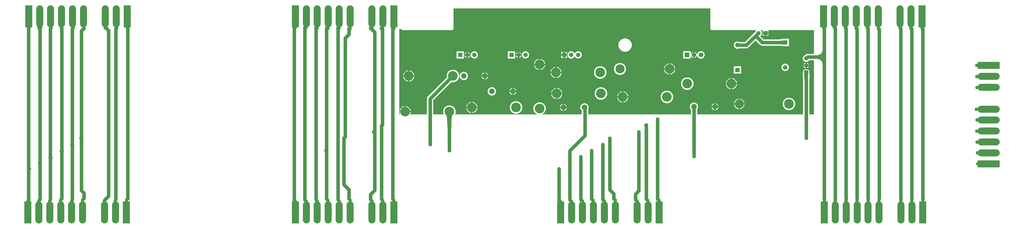
<source format=gbl>
G04 Layer_Physical_Order=2*
G04 Layer_Color=16711680*
%FSLAX25Y25*%
%MOIN*%
G70*
G01*
G75*
%ADD10O,0.10000X0.31500*%
%ADD11R,0.10000X0.31500*%
%ADD12O,0.31500X0.10000*%
%ADD13R,0.31500X0.10000*%
%ADD14C,0.05000*%
%ADD15C,0.06693*%
%ADD16R,0.06693X0.06693*%
%ADD17C,0.06299*%
%ADD18R,0.06299X0.06299*%
%ADD19C,0.05906*%
%ADD20R,0.05906X0.05906*%
%ADD21R,0.05906X0.05906*%
%ADD22R,0.06496X0.06496*%
%ADD23C,0.06496*%
%ADD24C,0.06000*%
%ADD25C,0.12992*%
%ADD26C,0.13780*%
%ADD27C,0.07874*%
%ADD28C,0.05000*%
G36*
X1383100Y407000D02*
X1378100Y397000D01*
X1378000Y398425D01*
X1377700Y399700D01*
X1377200Y400825D01*
X1376500Y401800D01*
X1375600Y402625D01*
X1374500Y403300D01*
X1373200Y403825D01*
X1371700Y404200D01*
X1370000Y404425D01*
X1368100Y404500D01*
Y409500D01*
X1370000Y409575D01*
X1371700Y409800D01*
X1373200Y410175D01*
X1374500Y410700D01*
X1375600Y411375D01*
X1376500Y412200D01*
X1377200Y413175D01*
X1377700Y414300D01*
X1378000Y415575D01*
X1378100Y417000D01*
X1383100Y407000D01*
D02*
G37*
G36*
X1321764Y424480D02*
X1321689Y424620D01*
X1321464Y424746D01*
X1321089Y424856D01*
X1320564Y424952D01*
X1319889Y425033D01*
X1318089Y425150D01*
X1314264Y425216D01*
Y430217D01*
X1315689Y430224D01*
X1321089Y430577D01*
X1321464Y430688D01*
X1321689Y430813D01*
X1321764Y430953D01*
Y424480D01*
D02*
G37*
G36*
X1357857Y381984D02*
X1357782Y381759D01*
X1357716Y381384D01*
X1357659Y380859D01*
X1357540Y378384D01*
X1357500Y374559D01*
X1352500D01*
X1352496Y375984D01*
X1352143Y381984D01*
X1352059Y382059D01*
X1357941D01*
X1357857Y381984D01*
D02*
G37*
G36*
X1218364Y448091D02*
X1218558Y447115D01*
X1219111Y446288D01*
X1219938Y445736D01*
X1220913Y445542D01*
X1283636D01*
X1283797Y445068D01*
X1283468Y444816D01*
X1282674Y443781D01*
X1282387Y443090D01*
X1267836Y428539D01*
X1259706D01*
X1259647Y428584D01*
X1258370Y429113D01*
X1257000Y429293D01*
X1255630Y429113D01*
X1254353Y428584D01*
X1253257Y427743D01*
X1252416Y426647D01*
X1251887Y425370D01*
X1251707Y424000D01*
X1251887Y422630D01*
X1252416Y421353D01*
X1253257Y420257D01*
X1254353Y419416D01*
X1255630Y418887D01*
X1257000Y418707D01*
X1258370Y418887D01*
X1259647Y419416D01*
X1259706Y419461D01*
X1269716D01*
X1270891Y419616D01*
X1271986Y420069D01*
X1272926Y420791D01*
X1282858Y430723D01*
X1289074Y424507D01*
X1290014Y423786D01*
X1291109Y423332D01*
X1292284Y423178D01*
X1314229D01*
X1314229Y423178D01*
X1318005Y423112D01*
X1319701Y423001D01*
X1319752Y422995D01*
Y422469D01*
X1321627D01*
X1321764Y422441D01*
X1321865Y422461D01*
X1321967Y422451D01*
X1322023Y422469D01*
X1330248D01*
Y432965D01*
X1322023D01*
X1321967Y432982D01*
X1321865Y432972D01*
X1321764Y432992D01*
X1321627Y432965D01*
X1319752D01*
Y432533D01*
X1315617Y432263D01*
X1314253Y432256D01*
X1314252Y432255D01*
X1294164D01*
X1289834Y436585D01*
X1289877Y437249D01*
X1290532Y437751D01*
X1291326Y438786D01*
X1291825Y439991D01*
X1291996Y441284D01*
X1291825Y442576D01*
X1291326Y443781D01*
X1290532Y444816D01*
X1290203Y445068D01*
X1290364Y445542D01*
X1292674D01*
X1293047Y445236D01*
X1293047Y445042D01*
Y442283D01*
X1297000D01*
X1300953D01*
Y445042D01*
X1300953Y445236D01*
X1301326Y445542D01*
X1366106D01*
Y411539D01*
X1357000D01*
X1357000Y411539D01*
X1355825Y411384D01*
X1354731Y410931D01*
X1353791Y410209D01*
X1353194Y409613D01*
X1352502Y409326D01*
X1351468Y408532D01*
X1350674Y407498D01*
X1350175Y406293D01*
X1350004Y405000D01*
X1350175Y403707D01*
X1350674Y402502D01*
X1351468Y401468D01*
X1352502Y400674D01*
X1353707Y400175D01*
X1355000Y400004D01*
X1356293Y400175D01*
X1357498Y400674D01*
X1358532Y401468D01*
X1359295Y402461D01*
X1366106D01*
Y325106D01*
X1366000Y325000D01*
X1359539D01*
Y374537D01*
X1359539Y374538D01*
X1359578Y378325D01*
X1359692Y380700D01*
X1359736Y381096D01*
X1359741Y381126D01*
X1359779Y381176D01*
X1359793Y381232D01*
X1359825Y381279D01*
X1359892Y381615D01*
X1359977Y381947D01*
X1359969Y382003D01*
X1359980Y382059D01*
X1359913Y382395D01*
X1359865Y382735D01*
X1359836Y382784D01*
X1359825Y382840D01*
X1359634Y383125D01*
X1359539Y383286D01*
Y385000D01*
X1359384Y386175D01*
X1358953Y387216D01*
Y388953D01*
X1357216D01*
X1356175Y389384D01*
X1355000Y389539D01*
X1353825Y389384D01*
X1352784Y388953D01*
X1351047D01*
Y387216D01*
X1350616Y386175D01*
X1350461Y385000D01*
Y383286D01*
X1350366Y383125D01*
X1350175Y382840D01*
X1350164Y382784D01*
X1350135Y382735D01*
X1350087Y382395D01*
X1350020Y382059D01*
X1350031Y382003D01*
X1350023Y381947D01*
X1350108Y381615D01*
X1350128Y381518D01*
X1350457Y375921D01*
X1350461Y374553D01*
X1350461Y374551D01*
Y325000D01*
X1199696D01*
Y332364D01*
X1199960Y332686D01*
X1200512Y333717D01*
X1200851Y334836D01*
X1200966Y336000D01*
X1200851Y337164D01*
X1200512Y338283D01*
X1199960Y339314D01*
X1199218Y340218D01*
X1198314Y340960D01*
X1197283Y341512D01*
X1196164Y341851D01*
X1195000Y341966D01*
X1193836Y341851D01*
X1192717Y341512D01*
X1191686Y340960D01*
X1190782Y340218D01*
X1190040Y339314D01*
X1189488Y338283D01*
X1189149Y337164D01*
X1189034Y336000D01*
X1189149Y334836D01*
X1189488Y333717D01*
X1190040Y332686D01*
X1190619Y331980D01*
Y325000D01*
X1044224D01*
Y332179D01*
X1044512Y332717D01*
X1044851Y333836D01*
X1044966Y335000D01*
X1044851Y336164D01*
X1044512Y337283D01*
X1043960Y338314D01*
X1043218Y339218D01*
X1042314Y339960D01*
X1041283Y340512D01*
X1040164Y340851D01*
X1039000Y340966D01*
X1037836Y340851D01*
X1036717Y340512D01*
X1035686Y339960D01*
X1034782Y339218D01*
X1034040Y338314D01*
X1033488Y337283D01*
X1033149Y336164D01*
X1033034Y335000D01*
X1033149Y333836D01*
X1033488Y332717D01*
X1034040Y331686D01*
X1034782Y330782D01*
X1035146Y330482D01*
Y325000D01*
X979009D01*
X978884Y325500D01*
X979963Y326077D01*
X981316Y327187D01*
X982427Y328541D01*
X983253Y330085D01*
X983761Y331761D01*
X983933Y333504D01*
X983761Y335247D01*
X983253Y336922D01*
X982427Y338467D01*
X981316Y339820D01*
X979963Y340931D01*
X978418Y341757D01*
X976743Y342265D01*
X975000Y342437D01*
X973257Y342265D01*
X971582Y341757D01*
X970037Y340931D01*
X968684Y339820D01*
X967573Y338467D01*
X966747Y336922D01*
X966239Y335247D01*
X966067Y333504D01*
X966239Y331761D01*
X966747Y330085D01*
X967573Y328541D01*
X968684Y327187D01*
X970037Y326077D01*
X971116Y325500D01*
X970991Y325000D01*
X854924D01*
X854667Y325429D01*
X854749Y325582D01*
X855257Y327257D01*
X855429Y329000D01*
X855257Y330743D01*
X854749Y332418D01*
X853923Y333963D01*
X852812Y335316D01*
X851459Y336427D01*
X849914Y337253D01*
X848239Y337761D01*
X846496Y337933D01*
X844753Y337761D01*
X843078Y337253D01*
X841533Y336427D01*
X840180Y335316D01*
X839069Y333963D01*
X838243Y332418D01*
X837735Y330743D01*
X837563Y329000D01*
X837735Y327257D01*
X838243Y325582D01*
X838325Y325429D01*
X838068Y325000D01*
X823539D01*
Y345624D01*
X849293Y371378D01*
X849753Y371239D01*
X851496Y371067D01*
X853239Y371239D01*
X854914Y371747D01*
X856459Y372573D01*
X857812Y373684D01*
X858923Y375037D01*
X859749Y376582D01*
X860257Y378257D01*
X860429Y380000D01*
X860257Y381743D01*
X859749Y383418D01*
X858923Y384963D01*
X857812Y386316D01*
X856459Y387427D01*
X854914Y388253D01*
X853239Y388761D01*
X851496Y388933D01*
X849753Y388761D01*
X848078Y388253D01*
X846533Y387427D01*
X845180Y386316D01*
X844069Y384963D01*
X843243Y383418D01*
X842735Y381743D01*
X842563Y380000D01*
X842735Y378257D01*
X842875Y377797D01*
X815791Y350713D01*
X815069Y349773D01*
X814616Y348679D01*
X814461Y347504D01*
Y325000D01*
X790798D01*
X790541Y325429D01*
X790828Y325966D01*
X791280Y327453D01*
X791333Y328000D01*
X783504D01*
X775674D01*
X775728Y327453D01*
X776180Y325966D01*
X776467Y325429D01*
X776210Y325000D01*
X775000D01*
Y447000D01*
X777635D01*
X778111Y446288D01*
X778938Y445736D01*
X779913Y445542D01*
X849913D01*
X850398Y445638D01*
X850882Y445733D01*
X850885Y445735D01*
X850889Y445736D01*
X851299Y446010D01*
X851711Y446283D01*
X851713Y446286D01*
X851716Y446288D01*
X851990Y446699D01*
X852266Y447109D01*
X852266Y447112D01*
X852268Y447115D01*
X852365Y447600D01*
X852462Y448084D01*
X852539Y476451D01*
X1218364D01*
Y448091D01*
D02*
G37*
G36*
X267024Y451830D02*
X266462Y449938D01*
X266233Y448919D01*
X265881Y446736D01*
X265758Y445571D01*
X265600Y441786D01*
X260600D01*
X260575Y443001D01*
X260379Y445299D01*
X260207Y446384D01*
X259715Y448422D01*
X259396Y449376D01*
X259027Y450287D01*
X258609Y451155D01*
X258142Y451978D01*
X267358Y452704D01*
X267024Y451830D01*
D02*
G37*
G36*
X850515Y324943D02*
X850196Y323898D01*
X849915Y322401D01*
X849671Y320452D01*
X849296Y315199D01*
X848996Y299272D01*
X843996D01*
X843977Y303931D01*
X842796Y323898D01*
X842477Y324943D01*
X842121Y325537D01*
X850871D01*
X850515Y324943D01*
D02*
G37*
%LPC*%
G36*
X936000Y357000D02*
X932152D01*
X932190Y356711D01*
X932687Y355510D01*
X933479Y354479D01*
X934510Y353688D01*
X935711Y353190D01*
X936000Y353152D01*
Y357000D01*
D02*
G37*
G36*
X907000Y363966D02*
X905836Y363851D01*
X904717Y363512D01*
X903686Y362960D01*
X902782Y362218D01*
X902040Y361314D01*
X901488Y360283D01*
X901149Y359164D01*
X901034Y358000D01*
X901149Y356836D01*
X901488Y355717D01*
X902040Y354686D01*
X902782Y353782D01*
X903686Y353040D01*
X904717Y352488D01*
X905836Y352149D01*
X907000Y352034D01*
X908164Y352149D01*
X909283Y352488D01*
X910314Y353040D01*
X911218Y353782D01*
X911960Y354686D01*
X912512Y355717D01*
X912851Y356836D01*
X912966Y358000D01*
X912851Y359164D01*
X912512Y360283D01*
X911960Y361314D01*
X911218Y362218D01*
X910314Y362960D01*
X909283Y363512D01*
X908164Y363851D01*
X907000Y363966D01*
D02*
G37*
G36*
X941848Y357000D02*
X938000D01*
Y353152D01*
X938289Y353190D01*
X939490Y353688D01*
X940521Y354479D01*
X941313Y355510D01*
X941810Y356711D01*
X941848Y357000D01*
D02*
G37*
G36*
X1000504Y362829D02*
Y356000D01*
X1007333D01*
X1007280Y356547D01*
X1006828Y358034D01*
X1006096Y359404D01*
X1005110Y360606D01*
X1003909Y361592D01*
X1002538Y362325D01*
X1001051Y362776D01*
X1000504Y362829D01*
D02*
G37*
G36*
X998504D02*
X997957Y362776D01*
X996470Y362325D01*
X995099Y361592D01*
X993898Y360606D01*
X992912Y359404D01*
X992179Y358034D01*
X991728Y356547D01*
X991675Y356000D01*
X998504D01*
Y362829D01*
D02*
G37*
G36*
Y354000D02*
X991675D01*
X991728Y353453D01*
X992179Y351966D01*
X992912Y350595D01*
X993898Y349394D01*
X995099Y348408D01*
X996470Y347675D01*
X997957Y347224D01*
X998504Y347171D01*
Y354000D01*
D02*
G37*
G36*
X1062496Y363933D02*
X1060753Y363761D01*
X1059078Y363253D01*
X1057533Y362427D01*
X1056180Y361316D01*
X1055069Y359963D01*
X1054243Y358418D01*
X1053735Y356743D01*
X1053563Y355000D01*
X1053735Y353257D01*
X1054243Y351582D01*
X1055069Y350037D01*
X1056180Y348684D01*
X1057533Y347573D01*
X1059078Y346747D01*
X1060753Y346239D01*
X1062496Y346067D01*
X1064239Y346239D01*
X1065915Y346747D01*
X1067459Y347573D01*
X1068812Y348684D01*
X1069923Y350037D01*
X1070749Y351582D01*
X1071257Y353257D01*
X1071429Y355000D01*
X1071257Y356743D01*
X1070749Y358418D01*
X1069923Y359963D01*
X1068812Y361316D01*
X1067459Y362427D01*
X1065915Y363253D01*
X1064239Y363761D01*
X1062496Y363933D01*
D02*
G37*
G36*
X1007333Y354000D02*
X1000504D01*
Y347171D01*
X1001051Y347224D01*
X1002538Y347675D01*
X1003909Y348408D01*
X1005110Y349394D01*
X1006096Y350595D01*
X1006828Y351966D01*
X1007280Y353453D01*
X1007333Y354000D01*
D02*
G37*
G36*
X1094504Y357829D02*
Y351000D01*
X1101333D01*
X1101280Y351547D01*
X1100828Y353034D01*
X1100096Y354404D01*
X1099110Y355606D01*
X1097908Y356592D01*
X1096538Y357325D01*
X1095051Y357776D01*
X1094504Y357829D01*
D02*
G37*
G36*
X1092504Y357829D02*
X1091957Y357776D01*
X1090470Y357325D01*
X1089099Y356592D01*
X1087898Y355606D01*
X1086912Y354404D01*
X1086180Y353034D01*
X1085728Y351547D01*
X1085674Y351000D01*
X1092504D01*
Y357829D01*
D02*
G37*
G36*
X787504Y379000D02*
X780675D01*
X780728Y378453D01*
X781180Y376966D01*
X781912Y375595D01*
X782898Y374394D01*
X784099Y373408D01*
X785470Y372675D01*
X786957Y372224D01*
X787504Y372170D01*
Y379000D01*
D02*
G37*
G36*
X1249496Y376829D02*
Y370000D01*
X1256326D01*
X1256272Y370547D01*
X1255820Y372034D01*
X1255088Y373405D01*
X1254102Y374606D01*
X1252901Y375592D01*
X1251530Y376325D01*
X1250043Y376776D01*
X1249496Y376829D01*
D02*
G37*
G36*
X796333Y379000D02*
X789504D01*
Y372171D01*
X790051Y372224D01*
X791538Y372675D01*
X792908Y373408D01*
X794110Y374394D01*
X795096Y375595D01*
X795828Y376966D01*
X796280Y378453D01*
X796333Y379000D01*
D02*
G37*
G36*
X896000D02*
X892152D01*
X892190Y378711D01*
X892688Y377510D01*
X893479Y376479D01*
X894510Y375688D01*
X895711Y375190D01*
X896000Y375152D01*
Y379000D01*
D02*
G37*
G36*
X867000Y385966D02*
X865836Y385851D01*
X864717Y385512D01*
X863686Y384960D01*
X862782Y384218D01*
X862040Y383314D01*
X861488Y382283D01*
X861149Y381164D01*
X861034Y380000D01*
X861149Y378836D01*
X861488Y377717D01*
X862040Y376686D01*
X862782Y375782D01*
X863686Y375040D01*
X864717Y374488D01*
X865836Y374149D01*
X867000Y374034D01*
X868164Y374149D01*
X869283Y374488D01*
X870314Y375040D01*
X871218Y375782D01*
X871960Y376686D01*
X872512Y377717D01*
X872851Y378836D01*
X872966Y380000D01*
X872851Y381164D01*
X872512Y382283D01*
X871960Y383314D01*
X871218Y384218D01*
X870314Y384960D01*
X869283Y385512D01*
X868164Y385851D01*
X867000Y385966D01*
D02*
G37*
G36*
X1247496Y376829D02*
X1246949Y376776D01*
X1245462Y376325D01*
X1244092Y375592D01*
X1242890Y374606D01*
X1241904Y373405D01*
X1241172Y372034D01*
X1240720Y370547D01*
X1240667Y370000D01*
X1247496D01*
Y376829D01*
D02*
G37*
G36*
X938000Y362848D02*
Y359000D01*
X941848D01*
X941810Y359289D01*
X941313Y360490D01*
X940521Y361521D01*
X939490Y362313D01*
X938289Y362810D01*
X938000Y362848D01*
D02*
G37*
G36*
X936000D02*
X935711Y362810D01*
X934510Y362313D01*
X933479Y361521D01*
X932687Y360490D01*
X932190Y359289D01*
X932152Y359000D01*
X936000D01*
Y362848D01*
D02*
G37*
G36*
X1185504Y377933D02*
X1183761Y377761D01*
X1182086Y377253D01*
X1180541Y376427D01*
X1179187Y375316D01*
X1178077Y373963D01*
X1177251Y372418D01*
X1176743Y370743D01*
X1176571Y369000D01*
X1176743Y367257D01*
X1177251Y365582D01*
X1178077Y364037D01*
X1179187Y362684D01*
X1180541Y361573D01*
X1182086Y360747D01*
X1183761Y360239D01*
X1185504Y360067D01*
X1187247Y360239D01*
X1188922Y360747D01*
X1190467Y361573D01*
X1191820Y362684D01*
X1192931Y364037D01*
X1193757Y365582D01*
X1194265Y367257D01*
X1194437Y369000D01*
X1194265Y370743D01*
X1193757Y372418D01*
X1192931Y373963D01*
X1191820Y375316D01*
X1190467Y376427D01*
X1188922Y377253D01*
X1187247Y377761D01*
X1185504Y377933D01*
D02*
G37*
G36*
X1256326Y368000D02*
X1249496D01*
Y361171D01*
X1250043Y361224D01*
X1251530Y361676D01*
X1252901Y362408D01*
X1254102Y363394D01*
X1255088Y364596D01*
X1255820Y365966D01*
X1256272Y367453D01*
X1256326Y368000D01*
D02*
G37*
G36*
X1247496D02*
X1240667D01*
X1240720Y367453D01*
X1241172Y365966D01*
X1241904Y364596D01*
X1242890Y363394D01*
X1244092Y362408D01*
X1245462Y361676D01*
X1246949Y361224D01*
X1247496Y361171D01*
Y368000D01*
D02*
G37*
G36*
X1330433Y348933D02*
X1328690Y348761D01*
X1327015Y348253D01*
X1325470Y347427D01*
X1324117Y346316D01*
X1323006Y344963D01*
X1322180Y343418D01*
X1321672Y341743D01*
X1321500Y340000D01*
X1321672Y338257D01*
X1322180Y336582D01*
X1323006Y335037D01*
X1324117Y333684D01*
X1325470Y332573D01*
X1327015Y331747D01*
X1328690Y331239D01*
X1330433Y331067D01*
X1332176Y331239D01*
X1333852Y331747D01*
X1335396Y332573D01*
X1336749Y333684D01*
X1337860Y335037D01*
X1338686Y336582D01*
X1339194Y338257D01*
X1339366Y340000D01*
X1339194Y341743D01*
X1338686Y343418D01*
X1337860Y344963D01*
X1336749Y346316D01*
X1335396Y347427D01*
X1333852Y348253D01*
X1332176Y348761D01*
X1330433Y348933D01*
D02*
G37*
G36*
X1013848Y334000D02*
X1010000D01*
Y330152D01*
X1010289Y330190D01*
X1011490Y330687D01*
X1012521Y331479D01*
X1013313Y332510D01*
X1013810Y333711D01*
X1013848Y334000D01*
D02*
G37*
G36*
X1224000Y335000D02*
X1220152D01*
X1220190Y334711D01*
X1220687Y333510D01*
X1221479Y332479D01*
X1222510Y331687D01*
X1223711Y331190D01*
X1224000Y331152D01*
Y335000D01*
D02*
G37*
G36*
X1267001Y339000D02*
X1260567D01*
Y332566D01*
X1261036Y332612D01*
X1262449Y333041D01*
X1263752Y333737D01*
X1264893Y334674D01*
X1265830Y335815D01*
X1266526Y337118D01*
X1266955Y338530D01*
X1267001Y339000D01*
D02*
G37*
G36*
X1229848Y335000D02*
X1226000D01*
Y331152D01*
X1226289Y331190D01*
X1227490Y331687D01*
X1228521Y332479D01*
X1229313Y333510D01*
X1229810Y334711D01*
X1229848Y335000D01*
D02*
G37*
G36*
X1008000Y334000D02*
X1004152D01*
X1004190Y333711D01*
X1004688Y332510D01*
X1005479Y331479D01*
X1006510Y330687D01*
X1007711Y330190D01*
X1008000Y330152D01*
Y334000D01*
D02*
G37*
G36*
X877504D02*
X870675D01*
X870728Y333453D01*
X871179Y331966D01*
X871912Y330595D01*
X872898Y329394D01*
X874099Y328408D01*
X875470Y327676D01*
X876957Y327224D01*
X877504Y327170D01*
Y334000D01*
D02*
G37*
G36*
X941496Y343933D02*
X939753Y343761D01*
X938078Y343253D01*
X936533Y342427D01*
X935180Y341316D01*
X934069Y339963D01*
X933243Y338418D01*
X932735Y336743D01*
X932563Y335000D01*
X932735Y333257D01*
X933243Y331582D01*
X934069Y330037D01*
X935180Y328684D01*
X936533Y327573D01*
X938078Y326747D01*
X939753Y326239D01*
X941496Y326067D01*
X943239Y326239D01*
X944915Y326747D01*
X946459Y327573D01*
X947812Y328684D01*
X948923Y330037D01*
X949749Y331582D01*
X950257Y333257D01*
X950429Y335000D01*
X950257Y336743D01*
X949749Y338418D01*
X948923Y339963D01*
X947812Y341316D01*
X946459Y342427D01*
X944915Y343253D01*
X943239Y343761D01*
X941496Y343933D01*
D02*
G37*
G36*
X886333Y334000D02*
X879504D01*
Y327171D01*
X880051Y327224D01*
X881538Y327676D01*
X882909Y328408D01*
X884110Y329394D01*
X885096Y330595D01*
X885828Y331966D01*
X886280Y333453D01*
X886333Y334000D01*
D02*
G37*
G36*
X784504Y336829D02*
Y330000D01*
X791333D01*
X791280Y330547D01*
X790828Y332034D01*
X790096Y333404D01*
X789110Y334606D01*
X787909Y335592D01*
X786538Y336325D01*
X785051Y336776D01*
X784504Y336829D01*
D02*
G37*
G36*
X782504Y336829D02*
X781957Y336776D01*
X780470Y336325D01*
X779099Y335592D01*
X777898Y334606D01*
X776912Y333404D01*
X776180Y332034D01*
X775728Y330547D01*
X775674Y330000D01*
X782504D01*
Y336829D01*
D02*
G37*
G36*
X1258567Y339000D02*
X1252133D01*
X1252179Y338530D01*
X1252608Y337118D01*
X1253304Y335815D01*
X1254241Y334674D01*
X1255382Y333737D01*
X1256684Y333041D01*
X1258097Y332612D01*
X1258567Y332566D01*
Y339000D01*
D02*
G37*
G36*
X1260567Y347434D02*
Y341000D01*
X1267001D01*
X1266955Y341470D01*
X1266526Y342882D01*
X1265830Y344185D01*
X1264893Y345326D01*
X1263752Y346263D01*
X1262449Y346959D01*
X1261036Y347388D01*
X1260567Y347434D01*
D02*
G37*
G36*
X1258567Y347434D02*
X1258097Y347388D01*
X1256684Y346959D01*
X1255382Y346263D01*
X1254241Y345326D01*
X1253304Y344185D01*
X1252608Y342882D01*
X1252179Y341470D01*
X1252133Y341000D01*
X1258567D01*
Y347434D01*
D02*
G37*
G36*
X1156496Y358933D02*
X1154753Y358761D01*
X1153078Y358253D01*
X1151533Y357427D01*
X1150180Y356316D01*
X1149069Y354963D01*
X1148243Y353418D01*
X1147735Y351743D01*
X1147563Y350000D01*
X1147735Y348257D01*
X1148243Y346582D01*
X1149069Y345037D01*
X1150180Y343684D01*
X1151533Y342573D01*
X1153078Y341747D01*
X1154753Y341239D01*
X1156496Y341067D01*
X1158239Y341239D01*
X1159914Y341747D01*
X1161459Y342573D01*
X1162813Y343684D01*
X1163923Y345037D01*
X1164749Y346582D01*
X1165257Y348257D01*
X1165429Y350000D01*
X1165257Y351743D01*
X1164749Y353418D01*
X1163923Y354963D01*
X1162813Y356316D01*
X1161459Y357427D01*
X1159914Y358253D01*
X1158239Y358761D01*
X1156496Y358933D01*
D02*
G37*
G36*
X1101333Y349000D02*
X1094504D01*
Y342171D01*
X1095051Y342224D01*
X1096538Y342675D01*
X1097908Y343408D01*
X1099110Y344394D01*
X1100096Y345596D01*
X1100828Y346966D01*
X1101280Y348453D01*
X1101333Y349000D01*
D02*
G37*
G36*
X1092504D02*
X1085674D01*
X1085728Y348453D01*
X1086180Y346966D01*
X1086912Y345596D01*
X1087898Y344394D01*
X1089099Y343408D01*
X1090470Y342675D01*
X1091957Y342224D01*
X1092504Y342171D01*
Y349000D01*
D02*
G37*
G36*
X1226000Y340848D02*
Y337000D01*
X1229848D01*
X1229810Y337289D01*
X1229313Y338490D01*
X1228521Y339521D01*
X1227490Y340313D01*
X1226289Y340810D01*
X1226000Y340848D01*
D02*
G37*
G36*
X1008000Y339848D02*
X1007711Y339810D01*
X1006510Y339313D01*
X1005479Y338521D01*
X1004688Y337490D01*
X1004190Y336289D01*
X1004152Y336000D01*
X1008000D01*
Y339848D01*
D02*
G37*
G36*
X877504Y342829D02*
X876957Y342776D01*
X875470Y342324D01*
X874099Y341592D01*
X872898Y340606D01*
X871912Y339405D01*
X871179Y338034D01*
X870728Y336547D01*
X870675Y336000D01*
X877504D01*
Y342829D01*
D02*
G37*
G36*
X1010000Y339848D02*
Y336000D01*
X1013848D01*
X1013810Y336289D01*
X1013313Y337490D01*
X1012521Y338521D01*
X1011490Y339313D01*
X1010289Y339810D01*
X1010000Y339848D01*
D02*
G37*
G36*
X1224000Y340848D02*
X1223711Y340810D01*
X1222510Y340313D01*
X1221479Y339521D01*
X1220687Y338490D01*
X1220190Y337289D01*
X1220152Y337000D01*
X1224000D01*
Y340848D01*
D02*
G37*
G36*
X879504Y342829D02*
Y336000D01*
X886333D01*
X886280Y336547D01*
X885828Y338034D01*
X885096Y339405D01*
X884110Y340606D01*
X882909Y341592D01*
X881538Y342324D01*
X880051Y342776D01*
X879504Y342829D01*
D02*
G37*
G36*
X901848Y379000D02*
X898000D01*
Y375152D01*
X898289Y375190D01*
X899490Y375688D01*
X900521Y376479D01*
X901313Y377510D01*
X901810Y378711D01*
X901848Y379000D01*
D02*
G37*
G36*
X1014150Y409000D02*
X1011000D01*
Y405850D01*
X1014150D01*
Y409000D01*
D02*
G37*
G36*
X1009000D02*
X1005850D01*
Y405850D01*
X1009000D01*
Y409000D01*
D02*
G37*
G36*
X871000D02*
X867946D01*
X867957Y408917D01*
X868375Y407907D01*
X869040Y407041D01*
X869907Y406375D01*
X870917Y405957D01*
X871000Y405946D01*
Y409000D01*
D02*
G37*
G36*
X944000D02*
X940946D01*
X940957Y408917D01*
X941375Y407907D01*
X942041Y407041D01*
X942907Y406375D01*
X943917Y405957D01*
X944000Y405946D01*
Y409000D01*
D02*
G37*
G36*
X876054D02*
X873000D01*
Y405946D01*
X873083Y405957D01*
X874093Y406375D01*
X874959Y407041D01*
X875625Y407907D01*
X876043Y408917D01*
X876054Y409000D01*
D02*
G37*
G36*
X1190347Y415346D02*
X1179653D01*
Y404654D01*
X1190347D01*
Y408570D01*
X1190847Y408670D01*
X1191203Y407808D01*
X1191900Y406900D01*
X1192808Y406203D01*
X1193865Y405765D01*
X1194000Y405748D01*
Y410000D01*
Y414252D01*
X1193865Y414235D01*
X1192808Y413797D01*
X1191900Y413100D01*
X1191203Y412192D01*
X1190847Y411330D01*
X1190347Y411430D01*
Y415346D01*
D02*
G37*
G36*
X882000Y415194D02*
X880656Y415017D01*
X879403Y414498D01*
X878327Y413673D01*
X877502Y412597D01*
X876983Y411344D01*
X876806Y410000D01*
X876983Y408656D01*
X877502Y407403D01*
X878327Y406327D01*
X879403Y405502D01*
X880656Y404983D01*
X882000Y404806D01*
X883344Y404983D01*
X884597Y405502D01*
X885673Y406327D01*
X886498Y407403D01*
X887017Y408656D01*
X887194Y410000D01*
X887017Y411344D01*
X886498Y412597D01*
X885673Y413673D01*
X884597Y414498D01*
X883344Y415017D01*
X882000Y415194D01*
D02*
G37*
G36*
X976000Y404325D02*
Y397496D01*
X982829D01*
X982776Y398043D01*
X982325Y399530D01*
X981592Y400901D01*
X980606Y402102D01*
X979405Y403088D01*
X978034Y403821D01*
X976547Y404272D01*
X976000Y404325D01*
D02*
G37*
G36*
X955000Y415194D02*
X953656Y415017D01*
X952403Y414498D01*
X951327Y413673D01*
X950502Y412597D01*
X949983Y411344D01*
X949806Y410000D01*
X949983Y408656D01*
X950502Y407403D01*
X951327Y406327D01*
X952403Y405502D01*
X953656Y404983D01*
X955000Y404806D01*
X956344Y404983D01*
X957597Y405502D01*
X958673Y406327D01*
X959498Y407403D01*
X960017Y408656D01*
X960194Y410000D01*
X960017Y411344D01*
X959498Y412597D01*
X958673Y413673D01*
X957597Y414498D01*
X956344Y415017D01*
X955000Y415194D01*
D02*
G37*
G36*
X940150Y415150D02*
X929850D01*
Y404850D01*
X940150D01*
Y415150D01*
D02*
G37*
G36*
X867150D02*
X856850D01*
Y404850D01*
X867150D01*
Y415150D01*
D02*
G37*
G36*
X949054Y409000D02*
X946000D01*
Y405946D01*
X946083Y405957D01*
X947093Y406375D01*
X947960Y407041D01*
X948625Y407907D01*
X949043Y408917D01*
X949054Y409000D01*
D02*
G37*
G36*
X1030000Y415194D02*
X1028656Y415017D01*
X1027403Y414498D01*
X1026327Y413673D01*
X1025502Y412597D01*
X1025250Y411989D01*
X1024750D01*
X1024498Y412597D01*
X1023673Y413673D01*
X1022597Y414498D01*
X1021344Y415017D01*
X1020000Y415194D01*
X1018656Y415017D01*
X1017403Y414498D01*
X1016327Y413673D01*
X1015502Y412597D01*
X1014983Y411344D01*
X1014806Y410000D01*
X1014983Y408656D01*
X1015502Y407403D01*
X1016327Y406327D01*
X1017403Y405502D01*
X1018656Y404983D01*
X1020000Y404806D01*
X1021344Y404983D01*
X1022597Y405502D01*
X1023673Y406327D01*
X1024498Y407403D01*
X1024750Y408011D01*
X1025250D01*
X1025502Y407403D01*
X1026327Y406327D01*
X1027403Y405502D01*
X1028656Y404983D01*
X1030000Y404806D01*
X1031344Y404983D01*
X1032597Y405502D01*
X1033673Y406327D01*
X1034498Y407403D01*
X1035017Y408656D01*
X1035194Y410000D01*
X1035017Y411344D01*
X1034498Y412597D01*
X1033673Y413673D01*
X1032597Y414498D01*
X1031344Y415017D01*
X1030000Y415194D01*
D02*
G37*
G36*
X1205000Y415393D02*
X1203604Y415209D01*
X1202304Y414670D01*
X1201187Y413813D01*
X1200330Y412696D01*
X1199791Y411396D01*
X1199748Y411067D01*
X1199244D01*
X1199235Y411135D01*
X1198797Y412192D01*
X1198100Y413100D01*
X1197192Y413797D01*
X1196135Y414235D01*
X1196000Y414252D01*
Y410000D01*
Y405748D01*
X1196135Y405765D01*
X1197192Y406203D01*
X1198100Y406900D01*
X1198797Y407808D01*
X1199235Y408865D01*
X1199244Y408933D01*
X1199748D01*
X1199791Y408604D01*
X1200330Y407304D01*
X1201187Y406187D01*
X1202304Y405330D01*
X1203604Y404791D01*
X1205000Y404607D01*
X1206396Y404791D01*
X1207696Y405330D01*
X1208813Y406187D01*
X1209670Y407304D01*
X1210209Y408604D01*
X1210393Y410000D01*
X1210209Y411396D01*
X1209670Y412696D01*
X1208813Y413813D01*
X1207696Y414670D01*
X1206396Y415209D01*
X1205000Y415393D01*
D02*
G37*
G36*
X1096854Y433644D02*
X1094992Y433461D01*
X1093201Y432918D01*
X1091551Y432036D01*
X1090104Y430848D01*
X1088917Y429402D01*
X1088035Y427751D01*
X1087492Y425961D01*
X1087308Y424098D01*
X1087492Y422236D01*
X1088035Y420445D01*
X1088917Y418795D01*
X1090104Y417348D01*
X1091551Y416161D01*
X1093201Y415279D01*
X1094992Y414736D01*
X1096854Y414552D01*
X1098717Y414736D01*
X1100507Y415279D01*
X1102158Y416161D01*
X1103604Y417348D01*
X1104792Y418795D01*
X1105674Y420445D01*
X1106217Y422236D01*
X1106400Y424098D01*
X1106217Y425961D01*
X1105674Y427751D01*
X1104792Y429402D01*
X1103604Y430848D01*
X1102158Y432036D01*
X1100507Y432918D01*
X1098717Y433461D01*
X1096854Y433644D01*
D02*
G37*
G36*
X1300953Y440283D02*
X1298000D01*
Y437331D01*
X1300953D01*
Y440283D01*
D02*
G37*
G36*
X1296000D02*
X1293047D01*
Y437331D01*
X1296000D01*
Y440283D01*
D02*
G37*
G36*
X1014150Y414150D02*
X1011000D01*
Y411000D01*
X1014150D01*
Y414150D01*
D02*
G37*
G36*
X873000Y414054D02*
Y411000D01*
X876054D01*
X876043Y411083D01*
X875625Y412093D01*
X874959Y412959D01*
X874093Y413625D01*
X873083Y414043D01*
X873000Y414054D01*
D02*
G37*
G36*
X871000D02*
X870917Y414043D01*
X869907Y413625D01*
X869040Y412959D01*
X868375Y412093D01*
X867957Y411083D01*
X867946Y411000D01*
X871000D01*
Y414054D01*
D02*
G37*
G36*
X944000D02*
X943917Y414043D01*
X942907Y413625D01*
X942041Y412959D01*
X941375Y412093D01*
X940957Y411083D01*
X940946Y411000D01*
X944000D01*
Y414054D01*
D02*
G37*
G36*
X1009000Y414150D02*
X1005850D01*
Y411000D01*
X1009000D01*
Y414150D01*
D02*
G37*
G36*
X946000Y414054D02*
Y411000D01*
X949054D01*
X949043Y411083D01*
X948625Y412093D01*
X947960Y412959D01*
X947093Y413625D01*
X946083Y414043D01*
X946000Y414054D01*
D02*
G37*
G36*
X1089567Y398537D02*
X1087901Y398373D01*
X1086300Y397887D01*
X1084824Y397098D01*
X1083530Y396037D01*
X1082469Y394743D01*
X1081680Y393267D01*
X1081194Y391666D01*
X1081030Y390000D01*
X1081194Y388334D01*
X1081680Y386733D01*
X1082469Y385257D01*
X1083530Y383963D01*
X1084824Y382902D01*
X1086300Y382113D01*
X1087901Y381627D01*
X1089567Y381463D01*
X1091232Y381627D01*
X1092834Y382113D01*
X1094310Y382902D01*
X1095604Y383963D01*
X1096665Y385257D01*
X1097454Y386733D01*
X1097940Y388334D01*
X1098104Y390000D01*
X1097940Y391666D01*
X1097454Y393267D01*
X1096665Y394743D01*
X1095604Y396037D01*
X1094310Y397098D01*
X1092834Y397887D01*
X1091232Y398373D01*
X1089567Y398537D01*
D02*
G37*
G36*
X789504Y387829D02*
Y381000D01*
X796333D01*
X796280Y381547D01*
X795828Y383034D01*
X795096Y384404D01*
X794110Y385606D01*
X792908Y386592D01*
X791538Y387325D01*
X790051Y387776D01*
X789504Y387829D01*
D02*
G37*
G36*
X1159433Y389000D02*
X1152604D01*
X1152658Y388453D01*
X1153109Y386966D01*
X1153841Y385595D01*
X1154827Y384394D01*
X1156028Y383408D01*
X1157399Y382676D01*
X1158886Y382224D01*
X1159433Y382171D01*
Y389000D01*
D02*
G37*
G36*
X1262248Y393815D02*
X1251752D01*
Y383319D01*
X1262248D01*
Y393815D01*
D02*
G37*
G36*
X1168262Y389000D02*
X1161433D01*
Y382171D01*
X1161980Y382224D01*
X1163467Y382676D01*
X1164838Y383408D01*
X1166039Y384394D01*
X1167025Y385595D01*
X1167758Y386966D01*
X1168209Y388453D01*
X1168262Y389000D01*
D02*
G37*
G36*
X898000Y384848D02*
Y381000D01*
X901848D01*
X901810Y381289D01*
X901313Y382490D01*
X900521Y383521D01*
X899490Y384313D01*
X898289Y384810D01*
X898000Y384848D01*
D02*
G37*
G36*
X997504Y384000D02*
X990674D01*
X990728Y383453D01*
X991179Y381966D01*
X991912Y380595D01*
X992898Y379394D01*
X994099Y378408D01*
X995470Y377676D01*
X996957Y377224D01*
X997504Y377171D01*
Y384000D01*
D02*
G37*
G36*
X1061496Y393933D02*
X1059753Y393761D01*
X1058078Y393253D01*
X1056533Y392427D01*
X1055180Y391316D01*
X1054069Y389963D01*
X1053243Y388418D01*
X1052735Y386743D01*
X1052563Y385000D01*
X1052735Y383257D01*
X1053243Y381582D01*
X1054069Y380037D01*
X1055180Y378684D01*
X1056533Y377573D01*
X1058078Y376747D01*
X1059753Y376239D01*
X1061496Y376067D01*
X1063239Y376239D01*
X1064915Y376747D01*
X1066459Y377573D01*
X1067813Y378684D01*
X1068923Y380037D01*
X1069749Y381582D01*
X1070257Y383257D01*
X1070429Y385000D01*
X1070257Y386743D01*
X1069749Y388418D01*
X1068923Y389963D01*
X1067813Y391316D01*
X1066459Y392427D01*
X1064915Y393253D01*
X1063239Y393761D01*
X1061496Y393933D01*
D02*
G37*
G36*
X1006333Y384000D02*
X999504D01*
Y377171D01*
X1000051Y377224D01*
X1001538Y377676D01*
X1002909Y378408D01*
X1004110Y379394D01*
X1005096Y380595D01*
X1005828Y381966D01*
X1006280Y383453D01*
X1006333Y384000D01*
D02*
G37*
G36*
X896000Y384848D02*
X895711Y384810D01*
X894510Y384313D01*
X893479Y383521D01*
X892688Y382490D01*
X892190Y381289D01*
X892152Y381000D01*
X896000D01*
Y384848D01*
D02*
G37*
G36*
X787504Y387829D02*
X786957Y387776D01*
X785470Y387325D01*
X784099Y386592D01*
X782898Y385606D01*
X781912Y384404D01*
X781180Y383034D01*
X780728Y381547D01*
X780675Y381000D01*
X787504D01*
Y387829D01*
D02*
G37*
G36*
X997504Y392829D02*
X996957Y392776D01*
X995470Y392324D01*
X994099Y391592D01*
X992898Y390606D01*
X991912Y389405D01*
X991179Y388034D01*
X990728Y386547D01*
X990674Y386000D01*
X997504D01*
Y392829D01*
D02*
G37*
G36*
X1358855Y394000D02*
X1356000D01*
Y391145D01*
X1356032Y391149D01*
X1356993Y391547D01*
X1357819Y392181D01*
X1358453Y393007D01*
X1358851Y393968D01*
X1358855Y394000D01*
D02*
G37*
G36*
X1354000D02*
X1351145D01*
X1351149Y393968D01*
X1351547Y393007D01*
X1352181Y392181D01*
X1353007Y391547D01*
X1353968Y391149D01*
X1354000Y391145D01*
Y394000D01*
D02*
G37*
G36*
Y398855D02*
X1353968Y398851D01*
X1353007Y398453D01*
X1352181Y397819D01*
X1351547Y396993D01*
X1351149Y396032D01*
X1351145Y396000D01*
X1354000D01*
Y398855D01*
D02*
G37*
G36*
X974000Y404325D02*
X973453Y404272D01*
X971966Y403821D01*
X970595Y403088D01*
X969394Y402102D01*
X968408Y400901D01*
X967675Y399530D01*
X967224Y398043D01*
X967171Y397496D01*
X974000D01*
Y404325D01*
D02*
G37*
G36*
X1356000Y398855D02*
Y396000D01*
X1358855D01*
X1358851Y396032D01*
X1358453Y396993D01*
X1357819Y397819D01*
X1356993Y398453D01*
X1356032Y398851D01*
X1356000Y398855D01*
D02*
G37*
G36*
X1161433Y397829D02*
Y391000D01*
X1168262D01*
X1168209Y391547D01*
X1167758Y393034D01*
X1167025Y394405D01*
X1166039Y395606D01*
X1164838Y396592D01*
X1163467Y397324D01*
X1161980Y397776D01*
X1161433Y397829D01*
D02*
G37*
G36*
X1325000Y397577D02*
X1323630Y397396D01*
X1322353Y396868D01*
X1321257Y396026D01*
X1320416Y394930D01*
X1319887Y393653D01*
X1319707Y392284D01*
X1319887Y390914D01*
X1320416Y389637D01*
X1321257Y388541D01*
X1322353Y387699D01*
X1323630Y387171D01*
X1325000Y386990D01*
X1326370Y387171D01*
X1327647Y387699D01*
X1328743Y388541D01*
X1329584Y389637D01*
X1330113Y390914D01*
X1330293Y392284D01*
X1330113Y393653D01*
X1329584Y394930D01*
X1328743Y396026D01*
X1327647Y396868D01*
X1326370Y397396D01*
X1325000Y397577D01*
D02*
G37*
G36*
X999504Y392829D02*
Y386000D01*
X1006333D01*
X1006280Y386547D01*
X1005828Y388034D01*
X1005096Y389405D01*
X1004110Y390606D01*
X1002909Y391592D01*
X1001538Y392324D01*
X1000051Y392776D01*
X999504Y392829D01*
D02*
G37*
G36*
X974000Y395496D02*
X967171D01*
X967224Y394949D01*
X967675Y393462D01*
X968408Y392091D01*
X969394Y390890D01*
X970595Y389904D01*
X971966Y389172D01*
X973453Y388720D01*
X974000Y388667D01*
Y395496D01*
D02*
G37*
G36*
X1159433Y397830D02*
X1158886Y397776D01*
X1157399Y397324D01*
X1156028Y396592D01*
X1154827Y395606D01*
X1153841Y394405D01*
X1153109Y393034D01*
X1152658Y391547D01*
X1152604Y391000D01*
X1159433D01*
Y397830D01*
D02*
G37*
G36*
X982829Y395496D02*
X976000D01*
Y388667D01*
X976547Y388720D01*
X978034Y389172D01*
X979405Y389904D01*
X980606Y390890D01*
X981592Y392091D01*
X982325Y393462D01*
X982776Y394949D01*
X982829Y395496D01*
D02*
G37*
%LPD*%
D10*
X1504400Y465000D02*
D03*
X1442000D02*
D03*
X1488800D02*
D03*
X1457600D02*
D03*
X1426400D02*
D03*
X1410800D02*
D03*
X1395200D02*
D03*
X1490000Y185000D02*
D03*
X1505600D02*
D03*
X1458800D02*
D03*
X1443200D02*
D03*
X1427600D02*
D03*
X1412000D02*
D03*
X1396400D02*
D03*
X736200D02*
D03*
X751800D02*
D03*
X705000D02*
D03*
X689400D02*
D03*
X673800D02*
D03*
X658200D02*
D03*
X642600D02*
D03*
X371800Y465000D02*
D03*
X309400D02*
D03*
X356200D02*
D03*
X325000D02*
D03*
X293800D02*
D03*
X262600D02*
D03*
X278200D02*
D03*
X1114200Y185000D02*
D03*
X1129800D02*
D03*
X1083000D02*
D03*
X1067400D02*
D03*
X1051800D02*
D03*
X1036200D02*
D03*
X1020600D02*
D03*
X355000D02*
D03*
X370600D02*
D03*
X323800D02*
D03*
X308200D02*
D03*
X292600D02*
D03*
X277000D02*
D03*
X261400D02*
D03*
X751800Y465000D02*
D03*
X689400D02*
D03*
X736200D02*
D03*
X705000D02*
D03*
X673800D02*
D03*
X642600D02*
D03*
X658200D02*
D03*
D11*
X1520000D02*
D03*
X1379600D02*
D03*
X1521200Y185000D02*
D03*
X1380800D02*
D03*
X767400D02*
D03*
X627000D02*
D03*
X387400Y465000D02*
D03*
X247000D02*
D03*
X1145400Y185000D02*
D03*
X1005000D02*
D03*
X386200D02*
D03*
X245800D02*
D03*
X767400Y465000D02*
D03*
X627000D02*
D03*
D12*
X1615000Y317000D02*
D03*
Y332600D02*
D03*
Y379400D02*
D03*
Y363800D02*
D03*
Y270200D02*
D03*
Y285800D02*
D03*
Y301400D02*
D03*
D13*
Y395000D02*
D03*
Y254600D02*
D03*
D14*
X246700Y449100D02*
X247600Y450000D01*
X246700Y202500D02*
Y449100D01*
X734000Y448500D02*
X740000Y442500D01*
Y216902D02*
Y442500D01*
X698000Y293000D02*
Y434132D01*
X696000Y291000D02*
X698000Y293000D01*
Y434132D02*
X703300Y439432D01*
X388100Y318500D02*
Y448500D01*
X765800Y204000D02*
Y447700D01*
X1127100Y204000D02*
Y310000D01*
X749500Y448000D02*
X751000Y446500D01*
X371200Y447600D02*
X372100Y448500D01*
X734000Y210902D02*
X740000Y216902D01*
X751000Y310200D02*
Y446500D01*
X749800Y309000D02*
X751000Y310200D01*
X1355000Y291000D02*
Y385000D01*
X1380600Y407000D02*
Y449000D01*
Y203400D02*
Y407000D01*
X1355000Y405000D02*
X1357000Y407000D01*
X1380600D01*
X819000Y347504D02*
X851496Y380000D01*
X819000Y282000D02*
Y347504D01*
X846496Y273504D02*
Y330000D01*
X1018100Y255900D02*
Y273100D01*
X1039685Y294685D01*
Y335000D01*
X1195000Y265000D02*
X1195158Y265158D01*
Y335000D01*
X1269716Y424000D02*
X1287000Y441284D01*
X1285000Y435000D02*
X1292284Y427716D01*
X1325000D01*
X1257000Y424000D02*
X1269716D01*
X687800Y282000D02*
Y448200D01*
X388100Y204900D02*
Y318500D01*
X325600Y205400D02*
Y212944D01*
X371200Y204000D02*
Y309000D01*
X355700Y203500D02*
X360652Y208452D01*
X309200Y203500D02*
Y281500D01*
X356600Y449000D02*
X360652Y444948D01*
X1489600Y204400D02*
Y448000D01*
X1505500Y204500D02*
Y447100D01*
X1521100Y204900D02*
Y447500D01*
Y204900D02*
X1521500Y204500D01*
X1505100Y447500D02*
X1505500Y447100D01*
X1489600Y204400D02*
X1490000Y204000D01*
X1459000Y205000D02*
Y446600D01*
X1458600Y447000D02*
X1459000Y446600D01*
X1443100Y204400D02*
Y448000D01*
Y204400D02*
X1443500Y204000D01*
X1427100Y447500D02*
X1427500Y447100D01*
Y204500D02*
Y447100D01*
X1411600Y204400D02*
X1412000Y204000D01*
X1411600Y204400D02*
Y448000D01*
X1396100Y448500D02*
X1396500Y448100D01*
Y203500D02*
Y448100D01*
X1380600Y203400D02*
X1381000Y203000D01*
X1143100Y204000D02*
Y318500D01*
X1111600Y203500D02*
Y211100D01*
X1080600Y204500D02*
Y211900D01*
X1075000Y217500D02*
X1080600Y211900D01*
X1075000Y217500D02*
Y291000D01*
X1065100Y203500D02*
Y282000D01*
X1049100Y204000D02*
Y273500D01*
X1033600Y203500D02*
Y264900D01*
X1018100Y203000D02*
Y255900D01*
X1002600Y202500D02*
Y247500D01*
X703300Y204500D02*
Y217329D01*
Y439432D02*
Y447200D01*
X703000Y447500D02*
X703300Y447200D01*
X696000Y224629D02*
X703300Y217329D01*
X1111600Y211100D02*
X1116500Y216000D01*
Y300000D01*
X765500Y448000D02*
X765800Y447700D01*
X734000Y203800D02*
Y210902D01*
Y203800D02*
X734300Y203500D01*
X687500Y448500D02*
X687800Y448200D01*
X671500Y204300D02*
X671800Y204000D01*
X656000Y448500D02*
X656300Y448200D01*
X640500Y203300D02*
X640800Y203000D01*
X625000Y449500D02*
X625300Y449200D01*
X387200Y204000D02*
X388100Y204900D01*
X322056Y216488D02*
X325600Y212944D01*
X324700Y204500D02*
X325600Y205400D01*
X293200Y204000D02*
X294100Y204900D01*
X262200Y203000D02*
X263100Y203900D01*
X749800Y204000D02*
Y309000D01*
X696000Y224629D02*
Y291000D01*
X687800Y203500D02*
Y282000D01*
X640500Y203300D02*
Y256000D01*
X625300Y202500D02*
Y247500D01*
Y449200D01*
X371200Y309000D02*
Y447600D01*
X360652Y208452D02*
Y300000D01*
Y444948D01*
X322056Y216488D02*
Y291000D01*
Y444456D01*
X309200Y281500D02*
Y448100D01*
X277700Y203500D02*
Y448100D01*
X656300Y203500D02*
Y448200D01*
X277700Y448100D02*
X278600Y449000D01*
X294100Y204900D02*
Y448500D01*
X671500Y204300D02*
Y448000D01*
X309200Y448100D02*
X310100Y449000D01*
X322056Y444456D02*
X325600Y448000D01*
X263100Y203900D02*
Y449500D01*
X640500Y256000D02*
Y449000D01*
D15*
X1205000Y410000D02*
D03*
X1195000D02*
D03*
D16*
X1185000D02*
D03*
D17*
X882000D02*
D03*
X872000D02*
D03*
X1030000D02*
D03*
X1020000D02*
D03*
X955000D02*
D03*
X945000D02*
D03*
D18*
X862000D02*
D03*
X1010000D02*
D03*
X935000D02*
D03*
D19*
X1355000Y395000D02*
D03*
Y405000D02*
D03*
X1287000Y441284D02*
D03*
X1353062Y433614D02*
D03*
X1358968Y421803D02*
D03*
X1341251Y433614D02*
D03*
X1347157Y421803D02*
D03*
X1341251Y409992D02*
D03*
Y386370D02*
D03*
X1347157Y374559D02*
D03*
X1341251Y362748D02*
D03*
X1347157Y350937D02*
D03*
X1335346Y421803D02*
D03*
X1329440Y409992D02*
D03*
X1335346Y398181D02*
D03*
Y374559D02*
D03*
X1317629Y409992D02*
D03*
X1305818D02*
D03*
X1311724Y398181D02*
D03*
X1305818Y362748D02*
D03*
X1311724Y350937D02*
D03*
X1305818Y339126D02*
D03*
X1294007Y409992D02*
D03*
X1299913Y398181D02*
D03*
X1294007Y362748D02*
D03*
X1299913Y350937D02*
D03*
X1294007Y339126D02*
D03*
X1282196Y409992D02*
D03*
X1288102Y398181D02*
D03*
X1282196Y362748D02*
D03*
X1288102Y350937D02*
D03*
X1282196Y339126D02*
D03*
X1276291Y350937D02*
D03*
X1258574Y409992D02*
D03*
X1246763Y433614D02*
D03*
Y409992D02*
D03*
Y386370D02*
D03*
X1234952Y433614D02*
D03*
X1240858Y421803D02*
D03*
X1223141Y433614D02*
D03*
Y409992D02*
D03*
Y386370D02*
D03*
Y362748D02*
D03*
X1229047Y350937D02*
D03*
X1211330Y457236D02*
D03*
Y433614D02*
D03*
X1217236Y398181D02*
D03*
Y374559D02*
D03*
X1211330Y362748D02*
D03*
X1217236Y350937D02*
D03*
X1211330Y339126D02*
D03*
X1205425Y469047D02*
D03*
X1199519Y457236D02*
D03*
Y433614D02*
D03*
X1205425Y374559D02*
D03*
X1199519Y362748D02*
D03*
X1205425Y350937D02*
D03*
X1193614Y469047D02*
D03*
X1187708Y457236D02*
D03*
Y433614D02*
D03*
X1193614Y398181D02*
D03*
X1187708Y386370D02*
D03*
X1193614Y350937D02*
D03*
X1181803Y469047D02*
D03*
X1175897Y457236D02*
D03*
Y433614D02*
D03*
Y339126D02*
D03*
X1169992Y469047D02*
D03*
X1164086Y457236D02*
D03*
Y433614D02*
D03*
X1169992Y421803D02*
D03*
X1164086Y409992D02*
D03*
X1169992Y398181D02*
D03*
Y350937D02*
D03*
X1158181Y469047D02*
D03*
X1152275Y457236D02*
D03*
X1158181Y421803D02*
D03*
X1152275Y409992D02*
D03*
X1146369Y469047D02*
D03*
X1140464Y457236D02*
D03*
X1146369Y421803D02*
D03*
X1140464Y409992D02*
D03*
X1146369Y398181D02*
D03*
X1140464Y386370D02*
D03*
X1146369Y374559D02*
D03*
X1140464Y362748D02*
D03*
Y339126D02*
D03*
X1134558Y469047D02*
D03*
X1128653Y457236D02*
D03*
X1134558Y445425D02*
D03*
X1128653Y433614D02*
D03*
X1134558Y398181D02*
D03*
X1128653Y386370D02*
D03*
X1134558Y374559D02*
D03*
X1128653Y362748D02*
D03*
X1134558Y350937D02*
D03*
X1128653Y339126D02*
D03*
X1122748Y469047D02*
D03*
X1116842Y457236D02*
D03*
X1122748Y445425D02*
D03*
X1116842Y433614D02*
D03*
X1122748Y398181D02*
D03*
X1116842Y386370D02*
D03*
X1122748Y374559D02*
D03*
X1116842Y362748D02*
D03*
X1122748Y350937D02*
D03*
X1116842Y339126D02*
D03*
X1110937Y469047D02*
D03*
X1105031Y457236D02*
D03*
X1110937Y445425D02*
D03*
X1105031Y433614D02*
D03*
X1110937Y421803D02*
D03*
X1105031Y409992D02*
D03*
X1110937Y374559D02*
D03*
X1105031Y362748D02*
D03*
X1110937Y350937D02*
D03*
X1105031Y339126D02*
D03*
X1099125Y469047D02*
D03*
X1093220Y457236D02*
D03*
X1099125Y445425D02*
D03*
X1093220Y409992D02*
D03*
X1099125Y374559D02*
D03*
X1087314Y469047D02*
D03*
X1081409Y457236D02*
D03*
X1087314Y445425D02*
D03*
X1081409Y433614D02*
D03*
Y409992D02*
D03*
Y362748D02*
D03*
Y339126D02*
D03*
X1075503Y469047D02*
D03*
X1069598Y457236D02*
D03*
X1075503Y445425D02*
D03*
X1069598Y433614D02*
D03*
X1075503Y421803D02*
D03*
Y350937D02*
D03*
X1069598Y339126D02*
D03*
X1063692Y469047D02*
D03*
X1057787Y457236D02*
D03*
X1063692Y445425D02*
D03*
X1057787Y433614D02*
D03*
Y409992D02*
D03*
X1063692Y398181D02*
D03*
X1057787Y339126D02*
D03*
X1051881Y469047D02*
D03*
X1045976Y457236D02*
D03*
X1051881Y445425D02*
D03*
X1045976Y433614D02*
D03*
Y409992D02*
D03*
X1040070Y469047D02*
D03*
X1034165Y457236D02*
D03*
X1040070Y445425D02*
D03*
X1034165Y433614D02*
D03*
Y386370D02*
D03*
X1040070Y374559D02*
D03*
X1028259Y469047D02*
D03*
X1022354Y457236D02*
D03*
X1028259Y445425D02*
D03*
X1022354Y433614D02*
D03*
X1028259Y398181D02*
D03*
X1022354Y386370D02*
D03*
X1028259Y374559D02*
D03*
X1022354Y362748D02*
D03*
X1028259Y350937D02*
D03*
X1022354Y339126D02*
D03*
X1016448Y469047D02*
D03*
X1010543Y457236D02*
D03*
X1016448Y445425D02*
D03*
X1010543Y433614D02*
D03*
X1016448Y398181D02*
D03*
X1010543Y386370D02*
D03*
X1016448Y374559D02*
D03*
X1010543Y362748D02*
D03*
X1016448Y350937D02*
D03*
X1004637Y469047D02*
D03*
X998732Y457236D02*
D03*
X1004637Y445425D02*
D03*
X998732Y433614D02*
D03*
X1004637Y421803D02*
D03*
X998732Y409992D02*
D03*
X1004637Y398181D02*
D03*
X998732Y339126D02*
D03*
X992826Y469047D02*
D03*
X986921Y457236D02*
D03*
X992826Y445425D02*
D03*
X986921Y433614D02*
D03*
X992826Y421803D02*
D03*
X986921Y409992D02*
D03*
Y362748D02*
D03*
Y339126D02*
D03*
X981015Y469047D02*
D03*
X975110Y457236D02*
D03*
X981015Y445425D02*
D03*
X975110Y433614D02*
D03*
X981015Y421803D02*
D03*
X975110Y409992D02*
D03*
X981015Y374559D02*
D03*
X975110Y362748D02*
D03*
X981015Y350937D02*
D03*
X969204Y469047D02*
D03*
X963299Y457236D02*
D03*
X969204Y445425D02*
D03*
X963299Y433614D02*
D03*
X969204Y421803D02*
D03*
X963299Y386370D02*
D03*
X969204Y374559D02*
D03*
X963299Y362748D02*
D03*
X969204Y350937D02*
D03*
X957393Y469047D02*
D03*
X951488Y457236D02*
D03*
X957393Y445425D02*
D03*
X951488Y433614D02*
D03*
X957393Y374559D02*
D03*
X945582Y469047D02*
D03*
X939677Y457236D02*
D03*
X945582Y445425D02*
D03*
X939677Y433614D02*
D03*
X945582Y350937D02*
D03*
X933771Y469047D02*
D03*
X927866Y457236D02*
D03*
X933771Y445425D02*
D03*
X927866Y433614D02*
D03*
Y386370D02*
D03*
X933771Y374559D02*
D03*
X927866Y362748D02*
D03*
X921960Y469047D02*
D03*
X916055Y457236D02*
D03*
X921960Y445425D02*
D03*
X916055Y433614D02*
D03*
X910149Y469047D02*
D03*
X904244Y457236D02*
D03*
X910149Y445425D02*
D03*
X904244Y433614D02*
D03*
Y409992D02*
D03*
Y386370D02*
D03*
Y339126D02*
D03*
X898338Y469047D02*
D03*
X892433Y457236D02*
D03*
X898338Y445425D02*
D03*
X892433Y433614D02*
D03*
X898338Y398181D02*
D03*
X892433Y386370D02*
D03*
Y362748D02*
D03*
X886527Y469047D02*
D03*
X880622Y457236D02*
D03*
X886527Y445425D02*
D03*
X880622Y433614D02*
D03*
X886527Y374559D02*
D03*
X880622Y362748D02*
D03*
X874716Y469047D02*
D03*
X868811Y457236D02*
D03*
X874716Y445425D02*
D03*
X868811Y433614D02*
D03*
Y362748D02*
D03*
X862905Y469047D02*
D03*
X856999Y457236D02*
D03*
X862905Y445425D02*
D03*
X856999Y433614D02*
D03*
Y362748D02*
D03*
X845189Y433614D02*
D03*
Y362748D02*
D03*
X851094Y350937D02*
D03*
X833377Y433614D02*
D03*
X839283Y421803D02*
D03*
X833377Y409992D02*
D03*
X839283Y398181D02*
D03*
X821566Y433614D02*
D03*
X827472Y421803D02*
D03*
X821566Y409992D02*
D03*
X827472Y398181D02*
D03*
X821566Y386370D02*
D03*
Y362748D02*
D03*
X809756Y433614D02*
D03*
X815661Y421803D02*
D03*
X809756Y409992D02*
D03*
X815661Y398181D02*
D03*
X809756Y386370D02*
D03*
X815661Y374559D02*
D03*
X809756Y362748D02*
D03*
Y339126D02*
D03*
X797944Y433614D02*
D03*
X803850Y421803D02*
D03*
X797944Y409992D02*
D03*
X803850Y398181D02*
D03*
Y374559D02*
D03*
X797944Y362748D02*
D03*
X803850Y350937D02*
D03*
X797944Y339126D02*
D03*
X786133Y433614D02*
D03*
X792039Y421803D02*
D03*
X786133Y409992D02*
D03*
X792039Y398181D02*
D03*
X786133Y362748D02*
D03*
X792039Y350937D02*
D03*
D20*
X1355000Y385000D02*
D03*
D21*
X1297000Y441284D02*
D03*
D22*
X1257000Y388567D02*
D03*
X1325000Y427716D02*
D03*
D23*
X1257000Y424000D02*
D03*
X1325000Y392284D02*
D03*
D24*
X322056Y291000D02*
D03*
X309200Y281500D02*
D03*
X294000Y272500D02*
D03*
X278000Y263500D02*
D03*
X263000Y255500D02*
D03*
X247500Y247500D02*
D03*
D25*
X1259567Y340000D02*
D03*
X1089567Y390000D02*
D03*
D26*
X1330433Y340000D02*
D03*
X1156496Y350000D02*
D03*
X1093504D02*
D03*
X975000Y333504D02*
D03*
Y396496D02*
D03*
X1160433Y390000D02*
D03*
X999504Y355000D02*
D03*
X1062496D02*
D03*
X998504Y385000D02*
D03*
X1061496D02*
D03*
X1185504Y369000D02*
D03*
X1248496D02*
D03*
X941496Y335000D02*
D03*
X878504D02*
D03*
X846496Y329000D02*
D03*
X783504D02*
D03*
X851496Y380000D02*
D03*
X788504D02*
D03*
D27*
X1225000Y336000D02*
D03*
X1195000D02*
D03*
X1039000Y335000D02*
D03*
X1009000D02*
D03*
X937000Y358000D02*
D03*
X907000D02*
D03*
X897000Y380000D02*
D03*
X867000D02*
D03*
D28*
X1488600Y448500D02*
D03*
X1520100Y448000D02*
D03*
X1504100D02*
D03*
X1442100Y448500D02*
D03*
X1457600Y447500D02*
D03*
X1410600Y448500D02*
D03*
X1426100Y448000D02*
D03*
X1379600Y449500D02*
D03*
X1395100Y449000D02*
D03*
X1598500Y363600D02*
D03*
X1598000Y379100D02*
D03*
Y395100D02*
D03*
X1597500Y332600D02*
D03*
X1599000Y270100D02*
D03*
X1599500Y254600D02*
D03*
X1598500Y317100D02*
D03*
X1598000Y301100D02*
D03*
X1598500Y285600D02*
D03*
X1521300Y202000D02*
D03*
X1505300D02*
D03*
X1489800Y201500D02*
D03*
X1458800Y202500D02*
D03*
X1443300Y201500D02*
D03*
X1427300Y202000D02*
D03*
X1411800Y201500D02*
D03*
X1396300Y201000D02*
D03*
X1380800Y200500D02*
D03*
X767500Y202000D02*
D03*
X751500D02*
D03*
X736000Y201500D02*
D03*
X705000Y202500D02*
D03*
X689500Y201500D02*
D03*
X673500Y202000D02*
D03*
X658000Y201500D02*
D03*
X642500Y201000D02*
D03*
X627000Y200500D02*
D03*
X356000Y448500D02*
D03*
X387500Y448000D02*
D03*
X371500D02*
D03*
X309500Y448500D02*
D03*
X325000Y447500D02*
D03*
X278000Y448500D02*
D03*
X293500Y448000D02*
D03*
X247000Y449500D02*
D03*
X262500Y449000D02*
D03*
X1145500Y202000D02*
D03*
X1129500D02*
D03*
X1114000Y201500D02*
D03*
X1083000Y202500D02*
D03*
X1067500Y201500D02*
D03*
X1051500Y202000D02*
D03*
X1036000Y201500D02*
D03*
X1020500Y201000D02*
D03*
X1005000Y200500D02*
D03*
X386300Y202000D02*
D03*
X370300D02*
D03*
X354800Y201500D02*
D03*
X323800Y202500D02*
D03*
X308300Y201500D02*
D03*
X292300Y202000D02*
D03*
X276800Y201500D02*
D03*
X261300Y201000D02*
D03*
X245800Y200500D02*
D03*
X736000Y448500D02*
D03*
X767500Y448000D02*
D03*
X751500D02*
D03*
X689500Y448500D02*
D03*
X705000Y447500D02*
D03*
X658000Y448500D02*
D03*
X673500Y448000D02*
D03*
X627000Y449500D02*
D03*
X642500Y449000D02*
D03*
X1355000Y291000D02*
D03*
X819000Y282000D02*
D03*
X846496Y273504D02*
D03*
X1195158Y265158D02*
D03*
X1143100Y318500D02*
D03*
X1126500Y309000D02*
D03*
X1116500Y300000D02*
D03*
X1075000Y291000D02*
D03*
X1065100Y282000D02*
D03*
X1049100Y273500D02*
D03*
X1033600Y264900D02*
D03*
X1018100Y255900D02*
D03*
X1002600Y247500D02*
D03*
X766500Y317500D02*
D03*
X749800Y309000D02*
D03*
X738500Y300000D02*
D03*
X696000Y291000D02*
D03*
X687800Y282000D02*
D03*
X670500Y273500D02*
D03*
X657000Y265000D02*
D03*
X640500Y256000D02*
D03*
X625300Y247500D02*
D03*
X388100Y318500D02*
D03*
X371200Y309000D02*
D03*
X360652Y300000D02*
D03*
M02*

</source>
